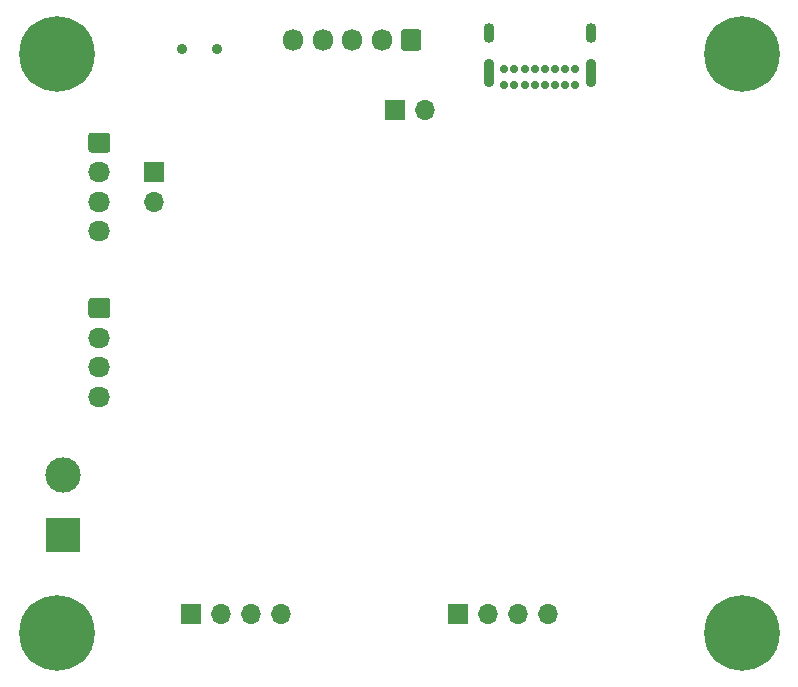
<source format=gbr>
%TF.GenerationSoftware,KiCad,Pcbnew,5.1.8*%
%TF.CreationDate,2021-01-17T13:40:54+01:00*%
%TF.ProjectId,sm4,736d342e-6b69-4636-9164-5f7063625858,rev?*%
%TF.SameCoordinates,Original*%
%TF.FileFunction,Soldermask,Bot*%
%TF.FilePolarity,Negative*%
%FSLAX46Y46*%
G04 Gerber Fmt 4.6, Leading zero omitted, Abs format (unit mm)*
G04 Created by KiCad (PCBNEW 5.1.8) date 2021-01-17 13:40:54*
%MOMM*%
%LPD*%
G01*
G04 APERTURE LIST*
%ADD10C,0.900000*%
%ADD11O,1.700000X1.700000*%
%ADD12R,1.700000X1.700000*%
%ADD13O,1.700000X1.850000*%
%ADD14O,0.900000X1.700000*%
%ADD15O,0.900000X2.400000*%
%ADD16C,0.700000*%
%ADD17C,3.000000*%
%ADD18R,3.000000X3.000000*%
%ADD19O,1.850000X1.700000*%
%ADD20C,6.400000*%
G04 APERTURE END LIST*
D10*
%TO.C,SW2*%
X54100000Y-53070000D03*
X57100000Y-53070000D03*
%TD*%
D11*
%TO.C,SW1*%
X74640000Y-58200000D03*
D12*
X72100000Y-58200000D03*
%TD*%
D13*
%TO.C,J8*%
X63500000Y-52300000D03*
X66000000Y-52300000D03*
X68500000Y-52300000D03*
X71000000Y-52300000D03*
G36*
G01*
X74350000Y-51625000D02*
X74350000Y-52975000D01*
G75*
G02*
X74100000Y-53225000I-250000J0D01*
G01*
X72900000Y-53225000D01*
G75*
G02*
X72650000Y-52975000I0J250000D01*
G01*
X72650000Y-51625000D01*
G75*
G02*
X72900000Y-51375000I250000J0D01*
G01*
X74100000Y-51375000D01*
G75*
G02*
X74350000Y-51625000I0J-250000D01*
G01*
G37*
%TD*%
D14*
%TO.C,J7*%
X88700000Y-51740000D03*
X80050000Y-51740000D03*
D15*
X88700000Y-55120000D03*
X80050000Y-55120000D03*
D16*
X84800000Y-54750000D03*
X87350000Y-54750000D03*
X86500000Y-54750000D03*
X85650000Y-54750000D03*
X81400000Y-54750000D03*
X83100000Y-54750000D03*
X83950000Y-54750000D03*
X82250000Y-54750000D03*
X87350000Y-56100000D03*
X86500000Y-56100000D03*
X85650000Y-56100000D03*
X84800000Y-56100000D03*
X83950000Y-56100000D03*
X83100000Y-56100000D03*
X82250000Y-56100000D03*
X81400000Y-56100000D03*
%TD*%
D17*
%TO.C,J6*%
X44000000Y-89120000D03*
D18*
X44000000Y-94200000D03*
%TD*%
D19*
%TO.C,J5*%
X47100000Y-82500000D03*
X47100000Y-80000000D03*
X47100000Y-77500000D03*
G36*
G01*
X46425000Y-74150000D02*
X47775000Y-74150000D01*
G75*
G02*
X48025000Y-74400000I0J-250000D01*
G01*
X48025000Y-75600000D01*
G75*
G02*
X47775000Y-75850000I-250000J0D01*
G01*
X46425000Y-75850000D01*
G75*
G02*
X46175000Y-75600000I0J250000D01*
G01*
X46175000Y-74400000D01*
G75*
G02*
X46425000Y-74150000I250000J0D01*
G01*
G37*
%TD*%
D11*
%TO.C,J4*%
X85120000Y-100900000D03*
X82580000Y-100900000D03*
X80040000Y-100900000D03*
D12*
X77500000Y-100900000D03*
%TD*%
D19*
%TO.C,J3*%
X47100000Y-68500000D03*
X47100000Y-66000000D03*
X47100000Y-63500000D03*
G36*
G01*
X46425000Y-60150000D02*
X47775000Y-60150000D01*
G75*
G02*
X48025000Y-60400000I0J-250000D01*
G01*
X48025000Y-61600000D01*
G75*
G02*
X47775000Y-61850000I-250000J0D01*
G01*
X46425000Y-61850000D01*
G75*
G02*
X46175000Y-61600000I0J250000D01*
G01*
X46175000Y-60400000D01*
G75*
G02*
X46425000Y-60150000I250000J0D01*
G01*
G37*
%TD*%
D11*
%TO.C,J2*%
X51700000Y-66040000D03*
D12*
X51700000Y-63500000D03*
%TD*%
D11*
%TO.C,J1*%
X62520000Y-100900000D03*
X59980000Y-100900000D03*
X57440000Y-100900000D03*
D12*
X54900000Y-100900000D03*
%TD*%
D20*
%TO.C,H4*%
X43500000Y-53500000D03*
%TD*%
%TO.C,H3*%
X43500000Y-102500000D03*
%TD*%
%TO.C,H2*%
X101500000Y-102500000D03*
%TD*%
%TO.C,H1*%
X101500000Y-53500000D03*
%TD*%
M02*

</source>
